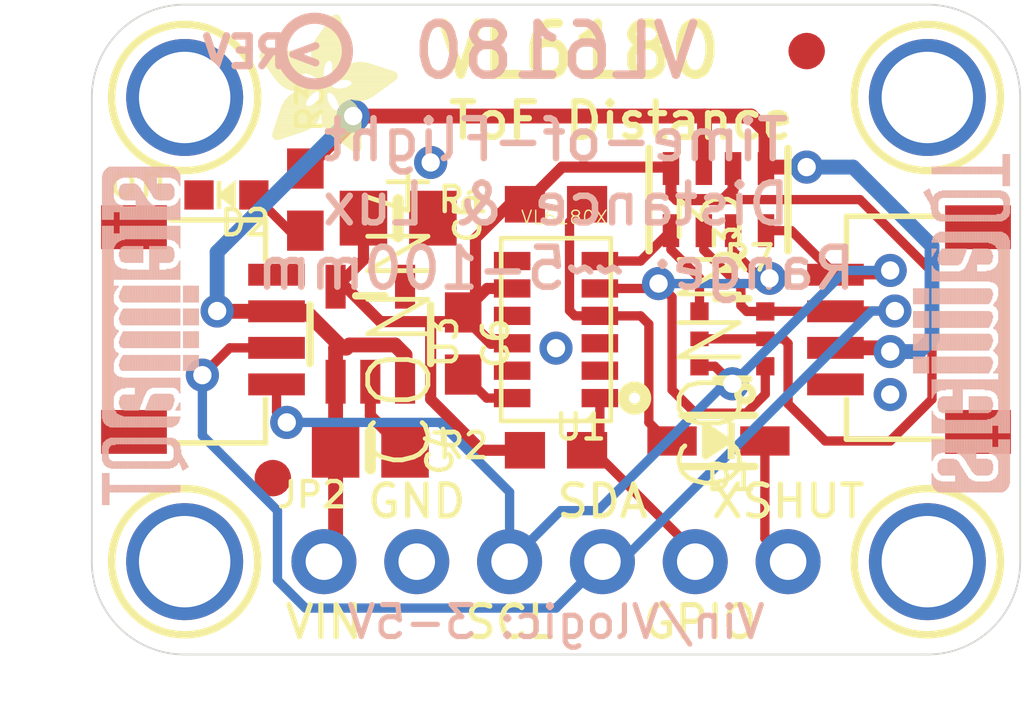
<source format=kicad_pcb>
(kicad_pcb (version 20211014) (generator pcbnew)
  (layers (0 "F.Cu" signal) (31 "B.Cu" signal) (34 "B.Paste" user) (35 "F.Paste" user) (36 "B.SilkS" user "B.Silkscreen") (37 "F.SilkS" user "F.Silkscreen") (38 "B.Mask" user) (39 "F.Mask" user) (44 "Edge.Cuts" user))
  (net 0 "")
  (net 1 "SDA")
  (net 2 "SCL")
  (net 3 "GND")
  (net 4 "GPIO")
  (net 5 "XSHUT")
  (net 6 "XSHUT_2.8V")
  (net 7 "2.8V")
  (net 8 "SCL_3V")
  (net 9 "SDA_3V")
  (net 10 "VCC")
  (net 11 "N$1")
  (footprint "Adafruit VL6180 Time of Flight Sensor:VL6180" (layer "F.Cu") (at 148.5011 105.0036 180)
    (fp_text reference "U1" (at -1.440996 -2.665004) (layer "F.SilkS") (effects (font (size 0.692831 0.692831) (thickness 0.119969)) (justify right)))
    (fp_text value "VL6180X" (at -1.441 3.065996) (layer "F.SilkS") (effects (font (size 0.369824 0.369824) (thickness 0.036576)) (justify right)))
    (pad "1" smd rect (at -1.2 -1.875 90) (size 0.5 1) (layers "F.Cu" "F.Paste" "F.Mask") (net 4 "GPIO"))
    (pad "2" smd rect (at -1.2 -1.125 90) (size 0.5 1) (layers "F.Cu" "F.Paste" "F.Mask"))
    (pad "3" smd rect (at -1.2 -0.375 90) (size 0.5 1) (layers "F.Cu" "F.Paste" "F.Mask"))
    (pad "4" smd rect (at -1.2 0.375 90) (size 0.5 1) (layers "F.Cu" "F.Paste" "F.Mask") (net 6 "XSHUT_2.8V"))
    (pad "5" smd rect (at -1.2 1.125 90) (size 0.5 1) (layers "F.Cu" "F.Paste" "F.Mask") (net 8 "SCL_3V"))
    (pad "6" smd rect (at -1.2 1.875 90) (size 0.5 1) (layers "F.Cu" "F.Paste" "F.Mask") (net 9 "SDA_3V"))
    (pad "7" smd rect (at 1.2 1.875 90) (size 0.5 1) (layers "F.Cu" "F.Paste" "F.Mask"))
    (pad "8" smd rect (at 1.2 1.125 90) (size 0.5 1) (layers "F.Cu" "F.Paste" "F.Mask") (net 7 "2.8V"))
    (pad "9" smd rect (at 1.2 0.375 90) (size 0.5 1) (layers "F.Cu" "F.Paste" "F.Mask") (net 3 "GND"))
    (pad "10" smd rect (at 1.2 -0.375 90) (size 0.5 1) (layers "F.Cu" "F.Paste" "F.Mask") (net 7 "2.8V"))
    (pad "11" smd rect (at 1.2 -1.125 90) (size 0.5 1) (layers "F.Cu" "F.Paste" "F.Mask"))
    (pad "12" smd rect (at 1.2 -1.875 90) (size 0.5 1) (layers "F.Cu" "F.Paste" "F.Mask") (net 3 "GND"))
  )
  (footprint "Adafruit VL6180 Time of Flight Sensor:FIDUCIAL_1MM" (layer "F.Cu") (at 140.7541 109.0676)
    (fp_text reference "FID1" hide)
    (fp_text value "FIDUCIAL_1MM" hide)
    (pad "1" smd roundrect (at 0 0) (size 1 1) (layers "F.Cu" "F.Mask") (roundrect_rratio 0.5))
  )
  (footprint "Adafruit VL6180 Time of Flight Sensor:SOT23-5" (layer "F.Cu") (at 143.4211 105.1306)
    (fp_text reference "U3" (at 2.032 -0.562 90) (layer "F.SilkS") (effects (font (size 0.692831 0.692831) (thickness 0.119969)) (justify right)))
    (fp_text value "LP5907-2.8V")
    (pad "1" smd rect (at -0.95 1.3001) (size 0.55 1.2) (layers "F.Cu" "F.Paste" "F.Mask") (net 10 "VCC"))
    (pad "2" smd rect (at 0 1.3001) (size 0.55 1.2) (layers "F.Cu" "F.Paste" "F.Mask") (net 3 "GND"))
    (pad "3" smd rect (at 0.95 1.3001) (size 0.55 1.2) (layers "F.Cu" "F.Paste" "F.Mask") (net 10 "VCC"))
    (pad "4" smd rect (at 0.95 -1.3001) (size 0.55 1.2) (layers "F.Cu" "F.Paste" "F.Mask"))
    (pad "5" smd rect (at -0.95 -1.3001) (size 0.55 1.2) (layers "F.Cu" "F.Paste" "F.Mask") (net 7 "2.8V"))
  )
  (footprint "Adafruit VL6180 Time of Flight Sensor:1X06_ROUND_70" (layer "F.Cu") (at 148.5011 111.3536)
    (fp_text reference "JP2" (at -7.6962 -1.8288) (layer "F.SilkS") (effects (font (size 0.692831 0.692831) (thickness 0.119969)) (justify left)))
    (fp_text value "")
    (pad "1" thru_hole circle (at -6.35 0 90) (size 1.778 1.778) (drill 1) (layers *.Cu *.Mask) (net 10 "VCC"))
    (pad "2" thru_hole circle (at -3.81 0 90) (size 1.778 1.778) (drill 1) (layers *.Cu *.Mask) (net 3 "GND"))
    (pad "3" thru_hole circle (at -1.27 0 90) (size 1.778 1.778) (drill 1) (layers *.Cu *.Mask) (net 2 "SCL"))
    (pad "4" thru_hole circle (at 1.27 0 90) (size 1.778 1.778) (drill 1) (layers *.Cu *.Mask) (net 1 "SDA"))
    (pad "5" thru_hole circle (at 3.81 0 90) (size 1.778 1.778) (drill 1) (layers *.Cu *.Mask) (net 4 "GPIO"))
    (pad "6" thru_hole circle (at 6.35 0 90) (size 1.778 1.778) (drill 1) (layers *.Cu *.Mask) (net 5 "XSHUT"))
  )
  (footprint "Adafruit VL6180 Time of Flight Sensor:0805-NO" (layer "F.Cu") (at 143.4211 108.3056)
    (fp_text reference "C4" (at 1.905 -0.762 90) (layer "F.SilkS") (effects (font (size 0.692831 0.692831) (thickness 0.119969)) (justify right)))
    (fp_text value "10uF")
    (pad "1" smd rect (at -0.95 0) (size 1.3 1.5) (layers "F.Cu" "F.Paste" "F.Mask") (net 10 "VCC"))
    (pad "2" smd rect (at 0.95 0) (size 1.3 1.5) (layers "F.Cu" "F.Paste" "F.Mask") (net 3 "GND"))
  )
  (footprint "Adafruit VL6180 Time of Flight Sensor:MOUNTINGHOLE_2.5_PLATED" (layer "F.Cu") (at 138.3411 111.3536)
    (fp_text reference "U$33" hide)
    (fp_text value "MOUNTINGHOLE2.5" hide)
    (pad "P$1" thru_hole circle (at 0 0) (size 3.2 3.2) (drill 2.5) (layers *.Cu *.Mask))
  )
  (footprint "Adafruit VL6180 Time of Flight Sensor:FIDUCIAL_1MM" (layer "F.Cu") (at 155.3591 97.3836)
    (fp_text reference "FID4" hide)
    (fp_text value "FIDUCIAL_1MM" hide)
    (pad "1" smd roundrect (at 0 0) (size 1 1) (layers "F.Cu" "F.Mask") (roundrect_rratio 0.5))
  )
  (footprint "Adafruit VL6180 Time of Flight Sensor:0805-NO" (layer "F.Cu") (at 144.1831 101.9556)
    (fp_text reference "C5" (at 1.905 -0.762 90) (layer "F.SilkS") (effects (font (size 0.692831 0.692831) (thickness 0.119969)) (justify right)))
    (fp_text value "10uF")
    (pad "1" smd rect (at -0.95 0) (size 1.3 1.5) (layers "F.Cu" "F.Paste" "F.Mask") (net 7 "2.8V"))
    (pad "2" smd rect (at 0.95 0) (size 1.3 1.5) (layers "F.Cu" "F.Paste" "F.Mask") (net 3 "GND"))
  )
  (footprint "Adafruit VL6180 Time of Flight Sensor:MOUNTINGHOLE_2.5_PLATED" (layer "F.Cu") (at 158.6611 111.3536)
    (fp_text reference "U$34" hide)
    (fp_text value "MOUNTINGHOLE2.5" hide)
    (pad "P$1" thru_hole circle (at 0 0) (size 3.2 3.2) (drill 2.5) (layers *.Cu *.Mask))
  )
  (footprint "Adafruit VL6180 Time of Flight Sensor:RESPACK_4X0603" (layer "F.Cu") (at 152.9461 101.4476 180)
    (fp_text reference "R7" (at -1.6 -1.6) (layer "F.SilkS") (effects (font (size 0.692831 0.692831) (thickness 0.119969)) (justify right)))
    (fp_text value "10K")
    (pad "1" smd rect (at -1.3 0.85 180) (size 0.45 0.9) (layers "F.Cu" "F.Paste" "F.Mask") (net 10 "VCC"))
    (pad "2" smd rect (at -0.4 0.85 180) (size 0.45 0.9) (layers "F.Cu" "F.Paste" "F.Mask") (net 7 "2.8V"))
    (pad "3" smd rect (at 0.4 0.85 180) (size 0.45 0.9) (layers "F.Cu" "F.Paste" "F.Mask") (net 10 "VCC"))
    (pad "4" smd rect (at 1.3 0.85 180) (size 0.45 0.9) (layers "F.Cu" "F.Paste" "F.Mask") (net 7 "2.8V"))
    (pad "5" smd rect (at 1.3 -0.85 180) (size 0.45 0.9) (layers "F.Cu" "F.Paste" "F.Mask") (net 9 "SDA_3V"))
    (pad "6" smd rect (at 0.4 -0.85 180) (size 0.45 0.9) (layers "F.Cu" "F.Paste" "F.Mask") (net 1 "SDA"))
    (pad "7" smd rect (at -0.4 -0.85 180) (size 0.45 0.9) (layers "F.Cu" "F.Paste" "F.Mask") (net 8 "SCL_3V"))
    (pad "8" smd rect (at -1.3 -0.85 180) (size 0.45 0.9) (layers "F.Cu" "F.Paste" "F.Mask") (net 2 "SCL"))
  )
  (footprint "Adafruit VL6180 Time of Flight Sensor:JST_SH4" (layer "F.Cu") (at 158.6611 105.0036 90)
    (fp_text reference "CONN3" (at -4.6 -5.9 90) (layer "F.SilkS") (effects (font (size 1.647139 1.647139) (thickness 0.130861)) (justify left)))
    (fp_text value "STEMMA_I2C_QT" hide)
    (pad "1" smd rect (at -1.5 -2.514 180) (size 1.55 0.6) (layers "F.Cu" "F.Paste" "F.Mask") (net 3 "GND"))
    (pad "2" smd rect (at -0.5 -2.514 180) (size 1.55 0.6) (layers "F.Cu" "F.Paste" "F.Mask") (net 10 "VCC"))
    (pad "3" smd rect (at 0.5 -2.514 180) (size 1.55 0.6) (layers "F.Cu" "F.Paste" "F.Mask") (net 1 "SDA"))
    (pad "4" smd rect (at 1.5 -2.514 180) (size 1.55 0.6) (layers "F.Cu" "F.Paste" "F.Mask") (net 2 "SCL"))
    (pad "MT1" smd rect (at -2.8 1.386 180) (size 1.8 1.2) (layers "F.Cu" "F.Paste" "F.Mask"))
    (pad "MT2" smd rect (at 2.8 1.386 180) (size 1.8 1.2) (layers "F.Cu" "F.Paste" "F.Mask"))
  )
  (footprint "Adafruit VL6180 Time of Flight Sensor:JST_SH4" (layer "F.Cu") (at 138.3411 105.0036 -90)
    (fp_text reference "CONN4" (at -4.6 -5.9 90) (layer "F.SilkS") (effects (font (size 1.647139 1.647139) (thickness 0.130861)) (justify right)))
    (fp_text value "STEMMA_I2C_QT" hide)
    (pad "1" smd rect (at -1.5 -2.514) (size 1.55 0.6) (layers "F.Cu" "F.Paste" "F.Mask") (net 3 "GND"))
    (pad "2" smd rect (at -0.5 -2.514) (size 1.55 0.6) (layers "F.Cu" "F.Paste" "F.Mask") (net 10 "VCC"))
    (pad "3" smd rect (at 0.5 -2.514) (size 1.55 0.6) (layers "F.Cu" "F.Paste" "F.Mask") (net 1 "SDA"))
    (pad "4" smd rect (at 1.5 -2.514) (size 1.55 0.6) (layers "F.Cu" "F.Paste" "F.Mask") (net 2 "SCL"))
    (pad "MT1" smd rect (at -2.8 1.386) (size 1.8 1.2) (layers "F.Cu" "F.Paste" "F.Mask"))
    (pad "MT2" smd rect (at 2.8 1.386) (size 1.8 1.2) (layers "F.Cu" "F.Paste" "F.Mask"))
  )
  (footprint "Adafruit VL6180 Time of Flight Sensor:MOUNTINGHOLE_2.5_PLATED" (layer "F.Cu") (at 158.6611 98.6536)
    (fp_text reference "U$31" hide)
    (fp_text value "MOUNTINGHOLE2.5" hide)
    (pad "P$1" thru_hole circle (at 0 0) (size 3.2 3.2) (drill 2.5) (layers *.Cu *.Mask))
  )
  (footprint "Adafruit VL6180 Time of Flight Sensor:0603-NO" (layer "F.Cu") (at 148.5011 108.3056 180)
    (fp_text reference "R2" (at 1.778 0.127) (layer "F.SilkS") (effects (font (size 0.692831 0.692831) (thickness 0.119969)) (justify right)))
    (fp_text value "10K")
    (pad "1" smd rect (at -0.85 0 180) (size 1.1 1) (layers "F.Cu" "F.Paste" "F.Mask") (net 4 "GPIO"))
    (pad "2" smd rect (at 0.85 0 180) (size 1.1 1) (layers "F.Cu" "F.Paste" "F.Mask") (net 7 "2.8V"))
  )
  (footprint "Adafruit VL6180 Time of Flight Sensor:SOD-323" (layer "F.Cu") (at 152.9461 108.0516 180)
    (fp_text reference "D1" (at -1.1 -1) (layer "F.SilkS") (effects (font (size 0.692831 0.692831) (thickness 0.119969)) (justify right)))
    (fp_text value "1N4148")
    (pad "A" smd rect (at 1.27 0 180) (size 1.35 0.8) (layers "F.Cu" "F.Paste" "F.Mask") (net 6 "XSHUT_2.8V"))
    (pad "C" smd rect (at -1.27 0 180) (size 1.35 0.8) (layers "F.Cu" "F.Paste" "F.Mask") (net 5 "XSHUT"))
  )
  (footprint "Adafruit VL6180 Time of Flight Sensor:0603-NO" (layer "F.Cu") (at 141.6431 101.4476 90)
    (fp_text reference "R3" (at 1.778 0.127 90) (layer "F.SilkS") (effects (font (size 0.692831 0.692831) (thickness 0.119969)) (justify left)))
    (fp_text value "10K")
    (pad "1" smd rect (at -0.85 0 90) (size 1.1 1) (layers "F.Cu" "F.Paste" "F.Mask") (net 11 "N$1"))
    (pad "2" smd rect (at 0.85 0 90) (size 1.1 1) (layers "F.Cu" "F.Paste" "F.Mask") (net 10 "VCC"))
  )
  (footprint "Adafruit VL6180 Time of Flight Sensor:SOT363" (layer "F.Cu") (at 153.3271 105.2576 90)
    (fp_text reference "Q3" (at 1.651 -0.127 90) (layer "F.SilkS") (effects (font (size 0.692831 0.692831) (thickness 0.119969)) (justify left)))
    (fp_text value "BSS138")
    (pad "1" smd rect (at -0.75 0.9 90) (size 0.5 0.5) (layers "F.Cu" "F.Paste" "F.Mask") (net 8 "SCL_3V"))
    (pad "2" smd rect (at 0 0.9 90) (size 0.4 0.5) (layers "F.Cu" "F.Paste" "F.Mask") (net 7 "2.8V"))
    (pad "3" smd rect (at 0.75 0.9 90) (size 0.5 0.5) (layers "F.Cu" "F.Paste" "F.Mask") (net 1 "SDA"))
    (pad "4" smd rect (at 0.75 -0.9 90) (size 0.5 0.5) (layers "F.Cu" "F.Paste" "F.Mask") (net 9 "SDA_3V"))
    (pad "5" smd rect (at 0 -0.9 90) (size 0.4 0.5) (layers "F.Cu" "F.Paste" "F.Mask") (net 7 "2.8V"))
    (pad "6" smd rect (at -0.75 -0.9 90) (size 0.5 0.5) (layers "F.Cu" "F.Paste" "F.Mask") (net 2 "SCL"))
  )
  (footprint "Adafruit VL6180 Time of Flight Sensor:0603-NO" (layer "F.Cu") (at 145.9611 105.3846 -90)
    (fp_text reference "C6" (at -0.762 -0.889 90) (layer "F.SilkS") (effects (font (size 0.692831 0.692831) (thickness 0.119969)) (justify right)))
    (fp_text value "0.1uF")
    (pad "1" smd rect (at -0.85 0 270) (size 1.1 1) (layers "F.Cu" "F.Paste" "F.Mask") (net 7 "2.8V"))
    (pad "2" smd rect (at 0.85 0 270) (size 1.1 1) (layers "F.Cu" "F.Paste" "F.Mask") (net 3 "GND"))
  )
  (footprint "Adafruit VL6180 Time of Flight Sensor:MOUNTINGHOLE_2.5_PLATED" (layer "F.Cu") (at 138.3411 98.6536)
    (fp_text reference "U$30" hide)
    (fp_text value "MOUNTINGHOLE2.5" hide)
    (pad "P$1" thru_hole circle (at 0 0) (size 3.2 3.2) (drill 2.5) (layers *.Cu *.Mask))
  )
  (footprint "Adafruit VL6180 Time of Flight Sensor:0603-NO" (layer "F.Cu") (at 148.5011 101.5746 180)
    (fp_text reference "R1" (at 1.778 0.127) (layer "F.SilkS") (effects (font (size 0.692831 0.692831) (thickness 0.119969)) (justify right)))
    (fp_text value "10K")
    (pad "1" smd rect (at -0.85 0 180) (size 1.1 1) (layers "F.Cu" "F.Paste" "F.Mask") (net 6 "XSHUT_2.8V"))
    (pad "2" smd rect (at 0.85 0 180) (size 1.1 1) (layers "F.Cu" "F.Paste" "F.Mask") (net 7 "2.8V"))
  )
  (footprint "Adafruit VL6180 Time of Flight Sensor:CHIPLED_0603_NOOUTLINE" (layer "F.Cu") (at 139.4841 101.3206 90)
    (fp_text reference "D2" (at -0.762 1.27) (layer "F.SilkS") (effects (font (size 0.692831 0.692831) (thickness 0.119969)) (justify right)))
    (fp_text value "GREEN")
    (pad "A" smd rect (at 0 0.75 90) (size 0.8 0.8) (layers "F.Cu" "F.Paste" "F.Mask") (net 11 "N$1"))
    (pad "C" smd rect (at 0 -0.75 90) (size 0.8 0.8) (layers "F.Cu" "F.Paste" "F.Mask") (net 3 "GND"))
  )
  (footprint "Adafruit VL6180 Time of Flight Sensor:ADAFRUIT_3.5MM" (layer "F.Cu") (at 140.3731 100.1776)
    (fp_text reference "U$36" hide)
    (fp_text value "" hide)
  )
  (footprint "Adafruit VL6180 Time of Flight Sensor:STEMMAQT" (layer "B.Cu") (at 158.2801 109.4486 90)
    (fp_text reference "U$38" hide)
    (fp_text value "" hide)
  )
  (footprint "Adafruit VL6180 Time of Flight Sensor:PCBFEAT-REV-040" (layer "B.Cu") (at 141.8971 97.3836 180)
    (fp_text reference "U$37" hide)
    (fp_text value "" hide)
    (fp_text user ">REV" (at -0.3556 -0.508) (layer "B.SilkS") (effects (font (size 0.8128 0.8128) (thickness 0.2032)) (justify left bottom mirror)))
  )
  (footprint "Adafruit VL6180 Time of Flight Sensor:STEMMAQT" (layer "B.Cu") (at 138.7221 100.5586 -90)
    (fp_text reference "U$39" hide)
    (fp_text value "" hide)
  )
  (gr_arc (start 138.3411 113.8936) (mid 136.545049 113.149651) (end 135.8011 111.3536) (layer "Edge.Cuts") (width 0.05))
  (gr_arc (start 158.6611 96.1136) (mid 160.457151 96.857549) (end 161.2011 98.6536) (layer "Edge.Cuts") (width 0.05))
  (gr_line (start 161.2011 111.3536) (end 161.2011 98.6536) (layer "Edge.Cuts") (width 0.05))
  (gr_line (start 138.3411 113.8936) (end 158.6611 113.8936) (layer "Edge.Cuts") (width 0.05))
  (gr_arc (start 161.2011 111.3536) (mid 160.457151 113.149651) (end 158.6611 113.8936) (layer "Edge.Cuts") (width 0.05))
  (gr_line (start 135.8011 98.6536) (end 135.8011 111.3536) (layer "Edge.Cuts") (width 0.05))
  (gr_arc (start 135.8011 98.6536) (mid 136.545049 96.857549) (end 138.3411 96.1136) (layer "Edge.Cuts") (width 0.05))
  (gr_line (start 158.6611 96.1136) (end 138.3411 96.1136) (layer "Edge.Cuts") (width 0.05))
  (gr_text "Time-of-Flight\nDistance & Lux\nRange: ~~5-100mm" (at 148.5011 101.5746) (layer "B.SilkS") (effects (font (size 1.0922 1.0922) (thickness 0.1778)) (justify mirror)))
  (gr_text "Vin/Vlogic: 3-5V" (at 148.5011 113.0046) (layer "B.SilkS") (effects (font (size 0.87376 0.87376) (thickness 0.14224)) (justify mirror)))
  (gr_text "VL6180" (at 148.5011 97.3836) (layer "B.SilkS") (effects (font (size 1.41986 1.41986) (thickness 0.23114)) (justify mirror)))
  (gr_text "XSHUT" (at 154.8511 109.7026) (layer "F.SilkS") (effects (font (size 0.87376 0.87376) (thickness 0.14224))))
  (gr_text "on" (at 136.1821 101.4476) (layer "F.SilkS") (effects (font (size 0.89408 0.89408) (thickness 0.12192)) (justify left bottom)))
  (gr_text "SCL" (at 147.2311 113.0046) (layer "F.SilkS") (effects (font (size 0.87376 0.87376) (thickness 0.14224))))
  (gr_text "ToF Distance" (at 150.2791 99.2886) (layer "F.SilkS") (effects (font (size 0.97155 0.97155) (thickness 0.17145))))
  (gr_text "VL6180" (at 149.1361 97.3836) (layer "F.SilkS") (effects (font (size 1.40335 1.40335) (thickness 0.24765))))
  (gr_text "VIN" (at 142.1511 113.0046) (layer "F.SilkS") (effects (font (size 0.87376 0.87376) (thickness 0.14224))))
  (gr_text "GND" (at 144.6911 109.7026) (layer "F.SilkS") (effects (font (size 0.87376 0.87376) (thickness 0.14224))))
  (gr_text "GPIO" (at 152.4381 113.0046) (layer "F.SilkS") (effects (font (size 0.87376 0.87376) (thickness 0.14224))))
  (gr_text "SDA" (at 149.7711 109.7026) (layer "F.SilkS") (effects (font (size 0.87376 0.87376) (thickness 0.14224))))
  (segment (start 153.5597 103.8392) (end 153.5597 104.3472) (width 0.254) (layer "F.Cu") (net 1))
  (segment (start 152.5461 102.2976) (end 152.5461 102.8256) (width 0.254) (layer "F.Cu") (net 1))
  (segment (start 153.5597 104.3472) (end 153.7201 104.5076) (width 0.254) (layer "F.Cu") (net 1))
  (segment (start 152.5461 102.8256) (end 153.5597 103.8392) (width 0.254) (layer "F.Cu") (net 1))
  (segment (start 156.1471 104.5036) (end 154.2311 104.5036) (width 0.254) (layer "F.Cu") (net 1))
  (segment (start 156.1551 104.4956) (end 157.7721 104.4956) (width 0.254) (layer "F.Cu") (net 1))
  (segment (start 139.573887 105.5036) (end 138.826493 106.250994) (width 0.254) (layer "F.Cu") (net 1))
  (segment (start 140.8551 105.5036) (end 139.573887 105.5036) (width 0.254) (layer "F.Cu") (net 1))
  (segment (start 156.1471 104.5036) (end 156.1551 104.4956) (width 0.254) (layer "F.Cu") (net 1))
  (segment (start 154.2311 104.5036) (end 154.2271 104.5076) (width 0.254) (layer "F.Cu") (net 1))
  (segment (start 153.7201 104.5076) (end 154.2271 104.5076) (width 0.254) (layer "F.Cu") (net 1))
  (via (at 138.826493 106.250994) (size 0.9064) (drill 0.5) (layers "F.Cu" "B.Cu") (net 1))
  (via (at 157.7721 104.4956) (size 0.9064) (drill 0.5) (layers "F.Cu" "B.Cu") (net 1))
  (segment (start 140.8811 109.9566) (end 140.8811 111.8616) (width 0.254) (layer "B.Cu") (net 1))
  (segment (start 140.8811 111.8616) (end 141.6431 112.6236) (width 0.254) (layer "B.Cu") (net 1))
  (segment (start 138.826493 107.901994) (end 140.8811 109.9566) (width 0.254) (layer "B.Cu") (net 1))
  (segment (start 157.7721 104.4956) (end 157.1371 104.4956) (width 0.254) (layer "B.Cu") (net 1))
  (segment (start 141.6431 112.6236) (end 148.5011 112.6236) (width 0.254) (layer "B.Cu") (net 1))
  (segment (start 138.826493 106.250994) (end 138.826493 107.901994) (width 0.254) (layer "B.Cu") (net 1))
  (segment (start 149.7711 111.3536) (end 150.2791 111.3536) (width 0.254) (layer "B.Cu") (net 1))
  (segment (start 157.1371 104.4956) (end 150.2791 111.3536) (width 0.254) (layer "B.Cu") (net 1))
  (segment (start 148.5011 112.6236) (end 149.7711 111.3536) (width 0.254) (layer "B.Cu") (net 1))
  (segment (start 153.3271 106.4872) (end 152.8475 106.0076) (width 0.254) (layer "F.Cu") (net 2))
  (segment (start 154.2461 102.2976) (end 154.9411 102.2976) (width 0.254) (layer "F.Cu") (net 2))
  (segment (start 154.9411 102.2976) (end 156.1471 103.5036) (width 0.254) (layer "F.Cu") (net 2))
  (segment (start 141.1351 107.5436) (end 140.8551 107.2636) (width 0.254) (layer "F.Cu") (net 2))
  (segment (start 140.8551 106.5036) (end 140.8551 107.2636) (width 0.254) (layer "F.Cu") (net 2))
  (segment (start 152.4271 106.0076) (end 152.8475 106.0076) (width 0.254) (layer "F.Cu") (net 2))
  (segment (start 157.5275 103.5036) (end 157.6451 103.386) (width 0.254) (layer "F.Cu") (net 2))
  (segment (start 156.1471 103.5036) (end 157.5275 103.5036) (width 0.254) (layer "F.Cu") (net 2))
  (via (at 141.1351 107.5436) (size 0.9064) (drill 0.5) (layers "F.Cu" "B.Cu") (net 2))
  (via (at 157.6451 103.386) (size 0.9064) (drill 0.5) (layers "F.Cu" "B.Cu") (net 2))
  (via (at 153.3271 106.4872) (size 0.9064) (drill 0.5) (layers "F.Cu" "B.Cu") (net 2))
  (segment (start 147.2311 111.3536) (end 148.6281 109.9566) (width 0.254) (layer "B.Cu") (net 2))
  (segment (start 153.3271 106.4872) (end 153.1135 106.4872) (width 0.254) (layer "B.Cu") (net 2))
  (segment (start 147.2311 109.4486) (end 147.2311 111.3536) (width 0.254) (layer "B.Cu") (net 2))
  (segment (start 141.1351 107.5436) (end 145.3261 107.5436) (width 0.254) (layer "B.Cu") (net 2))
  (segment (start 156.4283 103.386) (end 153.3271 106.4872) (width 0.254) (layer "B.Cu") (net 2))
  (segment (start 157.6451 103.386) (end 156.4283 103.386) (width 0.254) (layer "B.Cu") (net 2))
  (segment (start 148.6281 109.9566) (end 149.6441 109.9566) (width 0.254) (layer "B.Cu") (net 2))
  (segment (start 147.2311 109.4486) (end 145.3261 107.5436) (width 0.254) (layer "B.Cu") (net 2))
  (segment (start 149.6441 109.9566) (end 153.1135 106.4872) (width 0.254) (layer "B.Cu") (net 2))
  (segment (start 147.3011 106.8786) (end 146.6051 106.8786) (width 0.254) (layer "F.Cu") (net 3))
  (segment (start 143.4211 107.3556) (end 144.3711 108.3056) (width 0.3048) (layer "F.Cu") (net 3))
  (segment (start 146.6051 106.8786) (end 145.9611 106.2346) (width 0.254) (layer "F.Cu") (net 3))
  (segment (start 143.4211 106.4307) (end 143.4211 107.3556) (width 0.3048) (layer "F.Cu") (net 3))
  (via (at 148.5011 105.5116) (size 0.9064) (drill 0.5) (layers "F.Cu" "B.Cu") (net 3))
  (via (at 157.6451 106.7816) (size 0.9064) (drill 0.5) (layers "F.Cu" "B.Cu") (net 3))
  (via (at 145.0721 100.4316) (size 0.9064) (drill 0.5) (layers "F.Cu" "B.Cu") (net 3))
  (segment (start 149.7011 106.8786) (end 149.7011 107.9556) (width 0.254) (layer "F.Cu") (net 4))
  (segment (start 149.7011 107.9556) (end 149.3511 108.3056) (width 0.254) (layer "F.Cu") (net 4))
  (segment (start 149.5171 108.3056) (end 152.3111 111.0996) (width 0.254) (layer "F.Cu") (net 4))
  (segment (start 149.3511 108.3056) (end 149.5171 108.3056) (width 0.254) (layer "F.Cu") (net 4))
  (segment (start 152.3111 111.0996) (end 152.3111 111.3536) (width 0.254) (layer "F.Cu") (net 4))
  (segment (start 154.8511 111.3536) (end 154.2161 110.7186) (width 0.254) (layer "F.Cu") (net 5))
  (segment (start 154.2161 108.0516) (end 154.2161 110.7186) (width 0.254) (layer "F.Cu") (net 5))
  (segment (start 151.0411 107.5436) (end 151.5491 108.0516) (width 0.254) (layer "F.Cu") (net 6))
  (segment (start 149.7011 104.6286) (end 149.0151 104.6286) (width 0.254) (layer "F.Cu") (net 6))
  (segment (start 148.8709 104.4844) (end 148.8709 102.0548) (width 0.254) (layer "F.Cu") (net 6))
  (segment (start 151.5491 108.0516) (end 151.6761 108.0516) (width 0.254) (layer "F.Cu") (net 6))
  (segment (start 151.0411 104.85465) (end 151.0411 107.5436) (width 0.254) (layer "F.Cu") (net 6))
  (segment (start 150.81505 104.6286) (end 151.0411 104.85465) (width 0.254) (layer "F.Cu") (net 6))
  (segment (start 149.0151 104.6286) (end 148.8709 104.4844) (width 0.254) (layer "F.Cu") (net 6))
  (segment (start 149.7011 104.6286) (end 150.81505 104.6286) (width 0.254) (layer "F.Cu") (net 6))
  (segment (start 148.8709 102.0548) (end 149.3511 101.5746) (width 0.254) (layer "F.Cu") (net 6))
  (segment (start 153.3461 101.1746) (end 153.3461 100.5976) (width 0.3048) (layer "F.Cu") (net 7))
  (segment (start 154.7241 105.2576) (end 154.8511 105.3846) (width 0.254) (layer "F.Cu") (net 7))
  (segment (start 146.2981 104.1976) (end 145.9611 104.5346) (width 0.3048) (layer "F.Cu") (net 7))
  (segment (start 147.3011 103.8786) (end 146.6171 103.8786) (width 0.3048) (layer "F.Cu") (net 7))
  (segment (start 142.4711 103.8305) (end 142.739206 103.8305) (width 0.3048) (layer "F.Cu") (net 7))
  (segment (start 151.8031 101.4476) (end 152.9461 101.4476) (width 0.3048) (layer "F.Cu") (net 7))
  (segment (start 155.8671 108.0516) (end 157.6451 108.0516) (width 0.254) (layer "F.Cu") (net 7))
  (segment (start 153.0731 101.4476) (end 153.3461 101.1746) (width 0.3048) (layer "F.Cu") (net 7))
  (segment (start 152.4271 105.2576) (end 154.2271 105.2576) (width 0.254) (layer "F.Cu") (net 7))
  (segment (start 143.2331 101.9556) (end 143.2331 103.0986) (width 0.3048) (layer "F.Cu") (net 7))
  (segment (start 146.6171 103.8786) (end 146.2981 104.1976) (width 0.3048) (layer "F.Cu") (net 7))
  (segment (start 145.9611 104.6226) (end 145.9611 104.5346) (width 0.3048) (layer "F.Cu") (net 7))
  (segment (start 152.9461 101.4476) (end 153.0731 101.4476) (width 0.3048) (layer "F.Cu") (net 7))
  (segment (start 147.6511 101.5746) (end 148.6671 100.5586) (width 0.3048) (layer "F.Cu") (net 7))
  (segment (start 151.6071 100.5586) (end 151.6461 100.5976) (width 0.3048) (layer "F.Cu") (net 7))
  (segment (start 147.2311 101.5746) (end 146.2981 102.5076) (width 0.3048) (layer "F.Cu") (net 7))
  (segment (start 146.2981 102.5076) (end 146.2981 104.1976) (width 0.3048) (layer "F.Cu") (net 7))
  (segment (start 145.0721 106.9086) (end 146.4691 108.3056) (width 0.3048) (layer "F.Cu") (net 7))
  (segment (start 145.0721 104.7861) (end 145.7096 104.7861) (width 0.3048) (layer "F.Cu") (net 7))
  (segment (start 156.8146 101.4476) (end 152.9461 101.4476) (width 0.254) (layer "F.Cu") (net 7))
  (segment (start 157.6451 108.0516) (end 158.7881 106.9086) (width 0.254) (layer "F.Cu") (net 7))
  (segment (start 145.0721 104.7861) (end 145.0721 106.9086) (width 0.3048) (layer "F.Cu") (net 7))
  (segment (start 148.6671 100.5586) (end 151.6071 100.5586) (width 0.3048) (layer "F.Cu") (net 7))
  (segment (start 146.4691 108.3056) (end 147.6511 108.3056) (width 0.3048) (layer "F.Cu") (net 7))
  (segment (start 151.6461 101.2906) (end 151.8031 101.4476) (width 0.3048) (layer "F.Cu") (net 7))
  (segment (start 143.694806 104.7861) (end 145.0721 104.7861) (width 0.3048) (layer "F.Cu") (net 7))
  (segment (start 151.6461 100.5976) (end 151.6461 101.2906) (width 0.3048) (layer "F.Cu") (net 7))
  (segment (start 154.2271 105.2576) (end 154.7241 105.2576) (width 0.254) (layer "F.Cu") (net 7))
  (segment (start 154.8511 105.3846) (end 154.8511 107.0356) (width 0.254) (layer "F.Cu") (net 7))
  (segment (start 145.7096 104.7861) (end 145.9611 104.5346) (width 0.3048) (layer "F.Cu") (net 7))
  (segment (start 158.7881 103.4211) (end 156.8146 101.4476) (width 0.254) (layer "F.Cu") (net 7))
  (segment (start 147.3011 105.3786) (end 146.7171 105.3786) (width 0.3048) (layer "F.Cu") (net 7))
  (segment (start 142.4711 103.8305) (end 142.5012 103.8305) (width 0.3048) (layer "F.Cu") (net 7))
  (segment (start 154.8511 107.0356) (end 155.8671 108.0516) (width 0.254) (layer "F.Cu") (net 7))
  (segment (start 143.2331 103.0986) (end 142.5012 103.8305) (width 0.3048) (layer "F.Cu") (net 7))
  (segment (start 158.7881 106.9086) (end 158.7881 103.4211) (width 0.254) (layer "F.Cu") (net 7))
  (segment (start 146.7171 105.3786) (end 145.9611 104.6226) (width 0.3048) (layer "F.Cu") (net 7))
  (segment (start 147.6511 101.5746) (end 147.2311 101.5746) (width 0.3048) (layer "F.Cu") (net 7))
  (segment (start 142.739206 103.8305) (end 143.694806 104.7861) (width 0.3048) (layer "F.Cu") (net 7))
  (segment (start 151.30655 103.74505) (end 151.6761 104.1146) (width 0.254) (layer "F.Cu") (net 8))
  (segment (start 154.3431 103.6012) (end 154.0837 103.6012) (width 0.254) (layer "F.Cu") (net 8))
  (segment (start 153.7081 107.2896) (end 154.2271 106.7706) (width 0.254) (layer "F.Cu") (net 8))
  (segment (start 151.6761 106.6546) (end 152.3111 107.2896) (width 0.254) (layer "F.Cu") (net 8))
  (segment (start 151.173 103.8786) (end 151.30655 103.74505) (width 0.254) (layer "F.Cu") (net 8))
  (segment (start 154.2271 106.7706) (end 154.2271 106.0076) (width 0.254) (layer "F.Cu") (net 8))
  (segment (start 153.3271 102.8446) (end 153.3271 102.3166) (width 0.254) (layer "F.Cu") (net 8))
  (segment (start 149.7011 103.8786) (end 151.173 103.8786) (width 0.254) (layer "F.Cu") (net 8))
  (segment (start 153.3271 102.3166) (end 153.3461 102.2976) (width 0.254) (layer "F.Cu") (net 8))
  (segment (start 154.0837 103.6012) (end 153.3271 102.8446) (width 0.254) (layer "F.Cu") (net 8))
  (segment (start 152.3111 107.2896) (end 153.7081 107.2896) (width 0.254) (layer "F.Cu") (net 8))
  (segment (start 151.6761 104.1146) (end 151.6761 106.6546) (width 0.254) (layer "F.Cu") (net 8))
  (via (at 154.3431 103.6012) (size 0.9064) (drill 0.5) (layers "F.Cu" "B.Cu") (net 8))
  (via (at 151.30655 103.74505) (size 0.9064) (drill 0.5) (layers "F.Cu" "B.Cu") (net 8))
  (segment (start 151.30655 103.74505) (end 154.19925 103.74505) (width 0.254) (layer "B.Cu") (net 8))
  (segment (start 154.19925 103.74505) (end 154.3431 103.6012) (width 0.254) (layer "B.Cu") (net 8))
  (segment (start 151.6461 102.8146) (end 151.6461 102.2976) (width 0.254) (layer "F.Cu") (net 9))
  (segment (start 149.7011 103.1286) (end 150.8151 103.1286) (width 0.254) (layer "F.Cu") (net 9))
  (segment (start 150.8151 103.1286) (end 151.6461 102.2976) (width 0.254) (layer "F.Cu") (net 9))
  (segment (start 152.4271 103.5956) (end 151.6461 102.8146) (width 0.254) (layer "F.Cu") (net 9))
  (segment (start 152.4271 104.5076) (end 152.4271 103.5956) (width 0.254) (layer "F.Cu") (net 9))
  (segment (start 142.5981 105.4506) (end 141.6511 104.5036) (width 0.4064) (layer "F.Cu") (net 10))
  (segment (start 142.5981 105.5116) (end 142.4711 105.5116) (width 0.4064) (layer "F.Cu") (net 10))
  (segment (start 142.4711 106.4307) (end 142.4711 105.5116) (width 0.4064) (layer "F.Cu") (net 10))
  (segment (start 142.850762 105.4243) (end 142.763462 105.5116) (width 0.4064) (layer "F.Cu") (net 10))
  (segment (start 141.6511 104.5036) (end 140.8551 104.5036) (width 0.4064) (layer "F.Cu") (net 10))
  (segment (start 152.5651 100.5786) (end 152.5651 99.1616) (width 0.4064) (layer "F.Cu") (net 10))
  (segment (start 142.763462 105.5116) (end 142.5981 105.5116) (width 0.4064) (layer "F.Cu") (net 10))
  (segment (start 156.1471 105.5036) (end 157.5435 105.5036) (width 0.4064) (layer "F.Cu") (net 10))
  (segment (start 154.2461 99.5726) (end 154.2461 100.5586) (width 0.4064) (layer "F.Cu") (net 10))
  (segment (start 142.9521 99.2886) (end 142.9521 99.1616) (width 0.4064) (layer "F.Cu") (net 10))
  (segment (start 142.5981 105.5116) (end 142.5981 105.4506) (width 0.4064) (layer "F.Cu") (net 10))
  (segment (start 142.1511 111.3536) (end 142.4711 111.0336) (width 0.4064) (layer "F.Cu") (net 10))
  (segment (start 155.3591 100.5586) (end 154.2461 100.5586) (width 0.4064) (layer "F.Cu") (net 10))
  (segment (start 139.2381 104.5036) (end 139.2301 104.4956) (width 0.4064) (layer "F.Cu") (net 10))
  (segment (start 154.2461 100.5586) (end 154.2461 100.5976) (width 0.4064) (layer "F.Cu") (net 10))
  (segment (start 142.9521 99.1616) (end 152.5651 99.1616) (width 0.4064) (layer "F.Cu") (net 10))
  (segment (start 144.0958 105.4243) (end 142.850762 105.4243) (width 0.4064) (layer "F.Cu") (net 10))
  (segment (start 142.4711 111.0336) (end 142.4711 108.3056) (width 0.4064) (layer "F.Cu") (net 10))
  (segment (start 153.8351 99.1616) (end 154.2461 99.5726) (width 0.4064) (layer "F.Cu") (net 10))
  (segment (start 152.5461 100.5976) (end 152.5651 100.5786) (width 0.4064) (layer "F.Cu") (net 10))
  (segment (start 157.5435 105.5036) (end 157.6451 105.6052) (width 0.4064) (layer "F.Cu") (net 10))
  (segment (start 142.4711 106.4307) (end 142.4711 108.3056) (width 0.4064) (layer "F.Cu") (net 10))
  (segment (start 152.5651 99.1616) (end 153.8351 99.1616) (width 0.4064) (layer "F.Cu") (net 10))
  (segment (start 142.9521 99.2886) (end 141.6431 100.5976) (width 0.4064) (layer "F.Cu") (net 10))
  (segment (start 144.3711 106.4307) (end 144.3711 105.6996) (width 0.4064) (layer "F.Cu") (net 10))
  (segment (start 144.3711 105.6996) (end 144.0958 105.4243) (width 0.4064) (layer "F.Cu") (net 10))
  (segment (start 140.8551 104.5036) (end 139.2381 104.5036) (width 0.4064) (layer "F.Cu") (net 10))
  (via (at 157.6451 105.6052) (size 0.9064) (drill 0.5) (layers "F.Cu" "B.Cu") (net 10))
  (via (at 142.9521 99.1616) (size 0.9064) (drill 0.5) (layers "F.Cu" "B.Cu") (net 10))
  (via (at 139.2301 104.4956) (size 0.9064) (drill 0.5) (layers "F.Cu" "B.Cu") (net 10))
  (via (at 155.3591 100.5586) (size 0.9064) (drill 0.5) (layers "F.Cu" "B.Cu") (net 10))
  (segment (start 139.2301 104.4956) (end 139.2301 102.8836) (width 0.4064) (layer "B.Cu") (net 10))
  (segment (start 157.6451 105.6052) (end 158.4405 105.6052) (width 0.4064) (layer "B.Cu") (net 10))
  (segment (start 158.4405 105.6052) (end 158.7881 105.2576) (width 0.4064) (layer "B.Cu") (net 10))
  (segment (start 139.2301 102.8836) (end 142.9521 99.1616) (width 0.4064) (layer "B.Cu") (net 10))
  (segment (start 156.6291 100.5586) (end 155.3591 100.5586) (width 0.4064) (layer "B.Cu") (net 10))
  (segment (start 158.7881 102.7176) (end 156.6291 100.5586) (width 0.4064) (layer "B.Cu") (net 10))
  (segment (start 158.7881 105.2576) (end 158.7881 102.7176) (width 0.4064) (layer "B.Cu") (net 10))
  (segment (start 140.2341 101.3206) (end 141.2111 102.2976) (width 0.254) (layer "F.Cu") (net 11))
  (segment (start 141.2111 102.2976) (end 141.6431 102.2976) (width 0.254) (layer "F.Cu") (net 11))
)
</source>
